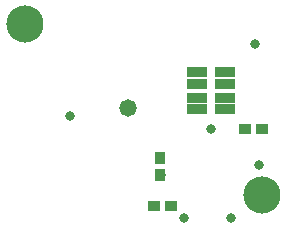
<source format=gbs>
G04*
G04 #@! TF.GenerationSoftware,Altium Limited,Altium Designer,19.0.12 (326)*
G04*
G04 Layer_Color=16711935*
%FSLAX25Y25*%
%MOIN*%
G70*
G01*
G75*
%ADD16C,0.12400*%
%ADD17C,0.03162*%
%ADD18C,0.05800*%
%ADD33R,0.03950X0.03753*%
%ADD34R,0.03753X0.03950*%
%ADD35R,0.07099X0.03359*%
D16*
X49213Y106299D02*
D03*
X127953Y49213D02*
D03*
D17*
X111024Y71260D02*
D03*
X127165Y59449D02*
D03*
X64173Y75734D02*
D03*
X125870Y99606D02*
D03*
X101968Y41732D02*
D03*
X94488Y55905D02*
D03*
X117716Y41732D02*
D03*
D18*
X83370Y78347D02*
D03*
D33*
X91929Y45669D02*
D03*
X97835D02*
D03*
X122244Y71260D02*
D03*
X128150D02*
D03*
D34*
X94095Y55905D02*
D03*
Y61811D02*
D03*
D35*
X115870Y78000D02*
D03*
Y81740D02*
D03*
Y86500D02*
D03*
Y90240D02*
D03*
X106370D02*
D03*
Y86500D02*
D03*
Y81740D02*
D03*
Y78000D02*
D03*
M02*

</source>
